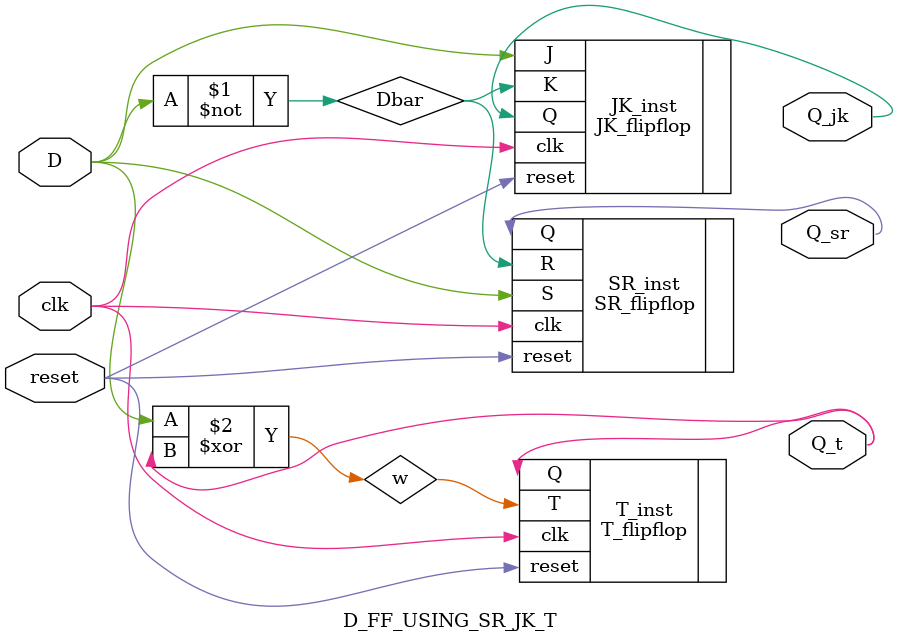
<source format=v>
`timescale 1ns / 1ps


module D_FF_USING_SR_JK_T(
    input clk, reset, D,
    output Q_sr, Q_jk, Q_t
);

    wire Dbar;
    assign Dbar = ~D;
    wire w; 
    SR_flipflop SR_inst (.clk(clk),.reset(reset),.S(D),.R(Dbar),.Q(Q_sr));
    
    JK_flipflop JK_inst (.clk(clk),.reset(reset),.J(D),.K(Dbar),.Q(Q_jk));

    assign w = D ^ Q_t;
    T_flipflop T_inst (.clk(clk),.reset(reset),.T(w),.Q(Q_t) );

endmodule


</source>
